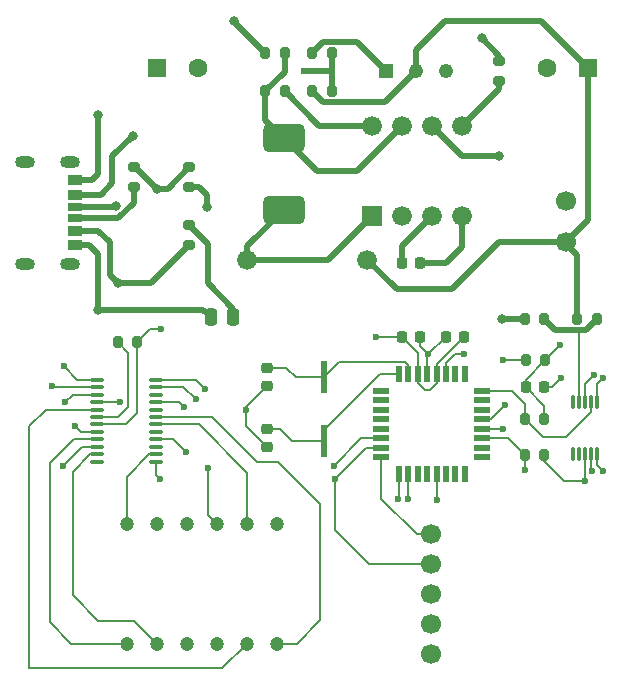
<source format=gbr>
G04 #@! TF.GenerationSoftware,KiCad,Pcbnew,9.0.4*
G04 #@! TF.CreationDate,2025-09-12T18:01:42+08:00*
G04 #@! TF.ProjectId,boost-convertor,626f6f73-742d-4636-9f6e-766572746f72,rev?*
G04 #@! TF.SameCoordinates,Original*
G04 #@! TF.FileFunction,Copper,L1,Top*
G04 #@! TF.FilePolarity,Positive*
%FSLAX46Y46*%
G04 Gerber Fmt 4.6, Leading zero omitted, Abs format (unit mm)*
G04 Created by KiCad (PCBNEW 9.0.4) date 2025-09-12 18:01:42*
%MOMM*%
%LPD*%
G01*
G04 APERTURE LIST*
G04 Aperture macros list*
%AMRoundRect*
0 Rectangle with rounded corners*
0 $1 Rounding radius*
0 $2 $3 $4 $5 $6 $7 $8 $9 X,Y pos of 4 corners*
0 Add a 4 corners polygon primitive as box body*
4,1,4,$2,$3,$4,$5,$6,$7,$8,$9,$2,$3,0*
0 Add four circle primitives for the rounded corners*
1,1,$1+$1,$2,$3*
1,1,$1+$1,$4,$5*
1,1,$1+$1,$6,$7*
1,1,$1+$1,$8,$9*
0 Add four rect primitives between the rounded corners*
20,1,$1+$1,$2,$3,$4,$5,0*
20,1,$1+$1,$4,$5,$6,$7,0*
20,1,$1+$1,$6,$7,$8,$9,0*
20,1,$1+$1,$8,$9,$2,$3,0*%
G04 Aperture macros list end*
G04 #@! TA.AperFunction,SMDPad,CuDef*
%ADD10R,1.200000X0.920000*%
G04 #@! TD*
G04 #@! TA.AperFunction,SMDPad,CuDef*
%ADD11R,1.200000X0.820000*%
G04 #@! TD*
G04 #@! TA.AperFunction,SMDPad,CuDef*
%ADD12R,1.200000X0.720000*%
G04 #@! TD*
G04 #@! TA.AperFunction,WasherPad*
%ADD13O,1.700000X1.000000*%
G04 #@! TD*
G04 #@! TA.AperFunction,ComponentPad*
%ADD14C,1.700000*%
G04 #@! TD*
G04 #@! TA.AperFunction,SMDPad,CuDef*
%ADD15RoundRect,0.033750X0.541250X0.101250X-0.541250X0.101250X-0.541250X-0.101250X0.541250X-0.101250X0*%
G04 #@! TD*
G04 #@! TA.AperFunction,ComponentPad*
%ADD16C,1.200000*%
G04 #@! TD*
G04 #@! TA.AperFunction,SMDPad,CuDef*
%ADD17O,0.299999X1.350000*%
G04 #@! TD*
G04 #@! TA.AperFunction,SMDPad,CuDef*
%ADD18R,0.507200X1.416799*%
G04 #@! TD*
G04 #@! TA.AperFunction,SMDPad,CuDef*
%ADD19R,1.416799X0.507200*%
G04 #@! TD*
G04 #@! TA.AperFunction,SMDPad,CuDef*
%ADD20RoundRect,0.225000X-0.250000X0.225000X-0.250000X-0.225000X0.250000X-0.225000X0.250000X0.225000X0*%
G04 #@! TD*
G04 #@! TA.AperFunction,ComponentPad*
%ADD21R,1.676400X1.676400*%
G04 #@! TD*
G04 #@! TA.AperFunction,ComponentPad*
%ADD22C,1.676400*%
G04 #@! TD*
G04 #@! TA.AperFunction,SMDPad,CuDef*
%ADD23RoundRect,0.225000X-0.225000X-0.250000X0.225000X-0.250000X0.225000X0.250000X-0.225000X0.250000X0*%
G04 #@! TD*
G04 #@! TA.AperFunction,SMDPad,CuDef*
%ADD24RoundRect,0.200000X-0.200000X-0.275000X0.200000X-0.275000X0.200000X0.275000X-0.200000X0.275000X0*%
G04 #@! TD*
G04 #@! TA.AperFunction,SMDPad,CuDef*
%ADD25RoundRect,0.200000X-0.275000X0.200000X-0.275000X-0.200000X0.275000X-0.200000X0.275000X0.200000X0*%
G04 #@! TD*
G04 #@! TA.AperFunction,SMDPad,CuDef*
%ADD26RoundRect,0.250000X-0.250000X-0.475000X0.250000X-0.475000X0.250000X0.475000X-0.250000X0.475000X0*%
G04 #@! TD*
G04 #@! TA.AperFunction,SMDPad,CuDef*
%ADD27RoundRect,0.200000X0.200000X0.275000X-0.200000X0.275000X-0.200000X-0.275000X0.200000X-0.275000X0*%
G04 #@! TD*
G04 #@! TA.AperFunction,SMDPad,CuDef*
%ADD28RoundRect,0.225000X0.225000X0.250000X-0.225000X0.250000X-0.225000X-0.250000X0.225000X-0.250000X0*%
G04 #@! TD*
G04 #@! TA.AperFunction,ComponentPad*
%ADD29R,1.600000X1.600000*%
G04 #@! TD*
G04 #@! TA.AperFunction,ComponentPad*
%ADD30C,1.600000*%
G04 #@! TD*
G04 #@! TA.AperFunction,SMDPad,CuDef*
%ADD31RoundRect,0.419642X-1.330358X0.755358X-1.330358X-0.755358X1.330358X-0.755358X1.330358X0.755358X0*%
G04 #@! TD*
G04 #@! TA.AperFunction,SMDPad,CuDef*
%ADD32R,0.500000X2.800000*%
G04 #@! TD*
G04 #@! TA.AperFunction,SMDPad,CuDef*
%ADD33RoundRect,0.200000X0.275000X-0.200000X0.275000X0.200000X-0.275000X0.200000X-0.275000X-0.200000X0*%
G04 #@! TD*
G04 #@! TA.AperFunction,ComponentPad*
%ADD34R,1.218000X1.218000*%
G04 #@! TD*
G04 #@! TA.AperFunction,ComponentPad*
%ADD35C,1.218000*%
G04 #@! TD*
G04 #@! TA.AperFunction,ViaPad*
%ADD36C,0.600000*%
G04 #@! TD*
G04 #@! TA.AperFunction,ViaPad*
%ADD37C,0.800000*%
G04 #@! TD*
G04 #@! TA.AperFunction,Conductor*
%ADD38C,0.500000*%
G04 #@! TD*
G04 #@! TA.AperFunction,Conductor*
%ADD39C,0.200000*%
G04 #@! TD*
G04 APERTURE END LIST*
D10*
X94359200Y-62750000D03*
D11*
X94359200Y-63980000D03*
D12*
X94359200Y-65999999D03*
D10*
X94359200Y-68250000D03*
D11*
X94359200Y-67020000D03*
D12*
X94359200Y-65000001D03*
D13*
X90078900Y-69820032D03*
X93878900Y-69820002D03*
X93878900Y-61179998D03*
X90078900Y-61179968D03*
D14*
X135900000Y-64500000D03*
X135900000Y-68000000D03*
D15*
X96210000Y-86585000D03*
X96210000Y-85955000D03*
X96210000Y-85325000D03*
X96210000Y-84695000D03*
X96210000Y-84065000D03*
X96210000Y-83435000D03*
X96210000Y-82805000D03*
X96210000Y-82175000D03*
X96210000Y-81545000D03*
X96210000Y-80915000D03*
X96210000Y-80285000D03*
X96210000Y-79655000D03*
X101210000Y-79655000D03*
X101210000Y-80285000D03*
X101210000Y-80915000D03*
X101210000Y-81545000D03*
X101210000Y-82175000D03*
X101210000Y-82805000D03*
X101210000Y-83435000D03*
X101210000Y-84065000D03*
X101210000Y-84695000D03*
X101210000Y-85325000D03*
X101210000Y-85955000D03*
X101210000Y-86585000D03*
D16*
X111400000Y-102000000D03*
X108860000Y-91840000D03*
X106320000Y-91840000D03*
X98700000Y-91840000D03*
X103780000Y-102000000D03*
X108860000Y-102000000D03*
X103780000Y-91840000D03*
X98700000Y-102000000D03*
X101240000Y-102000000D03*
X106320000Y-102000000D03*
X111400000Y-91840000D03*
X101240000Y-91840000D03*
D17*
X138500001Y-81525001D03*
X138000002Y-81525001D03*
X137500000Y-81525001D03*
X137000001Y-81525001D03*
X136499999Y-81525001D03*
X136499999Y-85975002D03*
X137000001Y-85975002D03*
X137500000Y-85975002D03*
X138000002Y-85975002D03*
X138500001Y-85975002D03*
D18*
X127335598Y-79135599D03*
X126535600Y-79135599D03*
X125735599Y-79135599D03*
X124935598Y-79135599D03*
X124135600Y-79135599D03*
X123335599Y-79135599D03*
X122535600Y-79135599D03*
X121735600Y-79135599D03*
D19*
X120271198Y-80600001D03*
X120271198Y-81399999D03*
X120271198Y-82200000D03*
X120271198Y-83000001D03*
X120271198Y-83799999D03*
X120271198Y-84600000D03*
X120271198Y-85399999D03*
X120271198Y-86199999D03*
D18*
X121735600Y-87664401D03*
X122535598Y-87664401D03*
X123335599Y-87664401D03*
X124135600Y-87664401D03*
X124935598Y-87664401D03*
X125735599Y-87664401D03*
X126535598Y-87664401D03*
X127335598Y-87664401D03*
D19*
X128800000Y-86199999D03*
X128800000Y-85400001D03*
X128800000Y-84600000D03*
X128800000Y-83799999D03*
X128800000Y-83000001D03*
X128800000Y-82200000D03*
X128800000Y-81400001D03*
X128800000Y-80600001D03*
D20*
X110600000Y-83800000D03*
X110600000Y-85350000D03*
D21*
X119440000Y-65810000D03*
D22*
X121980000Y-65810000D03*
X124520000Y-65810000D03*
X127060000Y-65810000D03*
X127060000Y-58190000D03*
X124520000Y-58190000D03*
X121980000Y-58190000D03*
X119440000Y-58190000D03*
D23*
X121975000Y-76000000D03*
X123525000Y-76000000D03*
D20*
X110600000Y-78625000D03*
X110600000Y-80175000D03*
D24*
X110425000Y-52000000D03*
X112075000Y-52000000D03*
D25*
X99300000Y-61675000D03*
X99300000Y-63325000D03*
D24*
X114425000Y-55250000D03*
X116075000Y-55250000D03*
D26*
X105800000Y-74375000D03*
X107700000Y-74375000D03*
D24*
X114425000Y-52000000D03*
X116075000Y-52000000D03*
D27*
X134075000Y-86000000D03*
X132425000Y-86000000D03*
D28*
X127275000Y-76000000D03*
X125725000Y-76000000D03*
D27*
X134075000Y-83000000D03*
X132425000Y-83000000D03*
X134075000Y-74500000D03*
X132425000Y-74500000D03*
D29*
X101250000Y-53250000D03*
D30*
X104750000Y-53250000D03*
D27*
X99600000Y-76475000D03*
X97950000Y-76475000D03*
D25*
X130250000Y-52675000D03*
X130250000Y-54325000D03*
D31*
X112000000Y-59225000D03*
X112000000Y-65275000D03*
D23*
X121975000Y-69750000D03*
X123525000Y-69750000D03*
D25*
X104000000Y-61675000D03*
X104000000Y-63325000D03*
D24*
X136850000Y-74500000D03*
X138500000Y-74500000D03*
D14*
X124450000Y-92695000D03*
X124450000Y-95235000D03*
X124450000Y-97775000D03*
X124450000Y-100315000D03*
X124450000Y-102855000D03*
D32*
X115400000Y-79400000D03*
X115400000Y-84800000D03*
D24*
X110425000Y-55250000D03*
X112075000Y-55250000D03*
D33*
X104000000Y-68225000D03*
X104000000Y-66575000D03*
D22*
X108920000Y-69500000D03*
X119080000Y-69500000D03*
D27*
X134150000Y-78000000D03*
X132500000Y-78000000D03*
D23*
X132475000Y-80250000D03*
X134025000Y-80250000D03*
D29*
X137750000Y-53250000D03*
D30*
X134250000Y-53250000D03*
D34*
X120670000Y-53500000D03*
D35*
X123210000Y-53500000D03*
X125750000Y-53500000D03*
D36*
X98125000Y-81575000D03*
X93500000Y-81550000D03*
X92375000Y-80225000D03*
X105625000Y-87125000D03*
X104550000Y-81325000D03*
X94300000Y-83550000D03*
X137500000Y-88250000D03*
D37*
X99250000Y-59000000D03*
X130250000Y-60750000D03*
X107750000Y-49250000D03*
D36*
X135400000Y-76750000D03*
X122535598Y-89764402D03*
X119800000Y-76000000D03*
D37*
X98000000Y-71500000D03*
D36*
X101650000Y-75400000D03*
D37*
X130500000Y-74500000D03*
D36*
X135500000Y-79500000D03*
D37*
X96250000Y-57250000D03*
X128750000Y-50750000D03*
D36*
X127250000Y-77500000D03*
D37*
X101250000Y-63500000D03*
D36*
X103525000Y-81950000D03*
X124935598Y-89835598D03*
X139000000Y-79500000D03*
X138250000Y-79250000D03*
X108800000Y-82200000D03*
X124250000Y-77500000D03*
D37*
X96250000Y-73750000D03*
D36*
X130775000Y-81775000D03*
X121710000Y-89750000D03*
X116370000Y-88030000D03*
D37*
X105500000Y-65000000D03*
X97800000Y-64975000D03*
D36*
X113750000Y-53500000D03*
X130600000Y-78000000D03*
X139000000Y-87400000D03*
X130600000Y-83800000D03*
X132400000Y-87300000D03*
X138100000Y-87400000D03*
X105350000Y-80450000D03*
X116225000Y-86950000D03*
X103700000Y-85800000D03*
X101540000Y-88030000D03*
X93370000Y-78500000D03*
X93300000Y-86925000D03*
D38*
X126250000Y-72000000D02*
X130250000Y-68000000D01*
X118170000Y-62000000D02*
X121980000Y-58190000D01*
X114775000Y-62000000D02*
X118170000Y-62000000D01*
X112000000Y-59225000D02*
X114775000Y-62000000D01*
X110425000Y-55250000D02*
X110425000Y-57650000D01*
X110425000Y-57650000D02*
X112000000Y-59225000D01*
D39*
X96240000Y-81575000D02*
X96210000Y-81545000D01*
X98125000Y-81575000D02*
X96240000Y-81575000D01*
X98615000Y-83435000D02*
X96210000Y-83435000D01*
X99600000Y-82450000D02*
X98615000Y-83435000D01*
X99600000Y-76475000D02*
X99600000Y-82450000D01*
X97995000Y-82805000D02*
X96210000Y-82805000D01*
X98850000Y-77375000D02*
X98850000Y-81950000D01*
X98850000Y-81950000D02*
X97995000Y-82805000D01*
X97950000Y-76475000D02*
X98850000Y-77375000D01*
X94135000Y-80915000D02*
X96210000Y-80915000D01*
X93500000Y-81550000D02*
X94135000Y-80915000D01*
X92435000Y-80285000D02*
X92375000Y-80225000D01*
X96210000Y-80285000D02*
X92435000Y-80285000D01*
X105625000Y-91145000D02*
X106320000Y-91840000D01*
X105625000Y-87125000D02*
X105625000Y-91145000D01*
X103510000Y-80285000D02*
X104550000Y-81325000D01*
X101210000Y-80285000D02*
X103510000Y-80285000D01*
X94815000Y-84065000D02*
X94300000Y-83550000D01*
X96210000Y-84065000D02*
X94815000Y-84065000D01*
X95635000Y-85955000D02*
X96210000Y-85955000D01*
X94125000Y-87465000D02*
X95635000Y-85955000D01*
X94125000Y-97900000D02*
X94125000Y-87465000D01*
X96275000Y-100050000D02*
X94125000Y-97900000D01*
X99290000Y-100050000D02*
X96275000Y-100050000D01*
X101240000Y-102000000D02*
X99290000Y-100050000D01*
X92175000Y-100200000D02*
X92175000Y-86725000D01*
X93975000Y-102000000D02*
X92175000Y-100200000D01*
X92175000Y-86725000D02*
X94205000Y-84695000D01*
X94205000Y-84695000D02*
X96210000Y-84695000D01*
X98700000Y-102000000D02*
X93975000Y-102000000D01*
X108860000Y-87510000D02*
X104785000Y-83435000D01*
X104785000Y-83435000D02*
X101210000Y-83435000D01*
X108860000Y-91840000D02*
X108860000Y-87510000D01*
X100620000Y-85955000D02*
X101210000Y-85955000D01*
X98700000Y-87875000D02*
X100620000Y-85955000D01*
X98700000Y-91840000D02*
X98700000Y-87875000D01*
X111525000Y-86625000D02*
X109725000Y-86625000D01*
X109725000Y-86625000D02*
X105905000Y-82805000D01*
X115100000Y-90200000D02*
X111525000Y-86625000D01*
X115100000Y-100025000D02*
X115100000Y-90200000D01*
X113125000Y-102000000D02*
X115100000Y-100025000D01*
X105905000Y-82805000D02*
X101210000Y-82805000D01*
X111400000Y-102000000D02*
X113125000Y-102000000D01*
X135750000Y-88250000D02*
X137500000Y-88250000D01*
X100675000Y-75400000D02*
X99600000Y-76475000D01*
X123335599Y-79135599D02*
X123335599Y-79899597D01*
X124371196Y-80500000D02*
X124935598Y-79935598D01*
X121975000Y-76000000D02*
X123335599Y-77360599D01*
X132475000Y-79675000D02*
X134150000Y-78000000D01*
X127275000Y-76000000D02*
X124935598Y-78339402D01*
D38*
X99250000Y-59000000D02*
X97500000Y-60750000D01*
D39*
X137500000Y-88250000D02*
X137500000Y-85975002D01*
X132475000Y-80250000D02*
X132475000Y-79675000D01*
D38*
X98000000Y-71500000D02*
X100725000Y-71500000D01*
X96520000Y-63980000D02*
X94359200Y-63980000D01*
X96270000Y-67020000D02*
X94359200Y-67020000D01*
D39*
X124935598Y-79935598D02*
X124935598Y-79135599D01*
X101650000Y-75400000D02*
X100675000Y-75400000D01*
X134075000Y-81850000D02*
X132475000Y-80250000D01*
D38*
X100725000Y-71500000D02*
X104000000Y-68225000D01*
X97500000Y-60750000D02*
X97500000Y-63000000D01*
D39*
X123335599Y-77360599D02*
X123335599Y-79135599D01*
X119800000Y-76000000D02*
X121975000Y-76000000D01*
X123936002Y-80500000D02*
X124371196Y-80500000D01*
D38*
X97250000Y-70750000D02*
X97250000Y-68000000D01*
X107750000Y-49250000D02*
X107750000Y-49325000D01*
X107750000Y-49325000D02*
X110425000Y-52000000D01*
D39*
X134075000Y-83000000D02*
X134075000Y-81850000D01*
D38*
X130250000Y-60750000D02*
X127080000Y-60750000D01*
X98000000Y-71500000D02*
X97250000Y-70750000D01*
D39*
X135400000Y-76750000D02*
X134150000Y-78000000D01*
X124935598Y-78339402D02*
X124935598Y-79135599D01*
D38*
X127080000Y-60750000D02*
X124520000Y-58190000D01*
D39*
X134075000Y-86000000D02*
X134075000Y-86575000D01*
X134075000Y-86575000D02*
X135750000Y-88250000D01*
X122535598Y-89764402D02*
X122535598Y-87664401D01*
X123335599Y-79899597D02*
X123936002Y-80500000D01*
D38*
X97500000Y-63000000D02*
X96520000Y-63980000D01*
X97250000Y-68000000D02*
X96270000Y-67020000D01*
D39*
X121750000Y-76225000D02*
X121975000Y-76000000D01*
D38*
X121975000Y-68355000D02*
X124520000Y-65810000D01*
X121975000Y-69750000D02*
X121975000Y-68355000D01*
X123210000Y-53500000D02*
X123210000Y-51723636D01*
X114425000Y-55250000D02*
X115351000Y-56176000D01*
X123210000Y-51723636D02*
X125634636Y-49299000D01*
X120534000Y-56176000D02*
X123210000Y-53500000D01*
X121580000Y-72000000D02*
X126250000Y-72000000D01*
X119080000Y-69500000D02*
X121580000Y-72000000D01*
X133799000Y-49299000D02*
X137750000Y-53250000D01*
X125634636Y-49299000D02*
X133799000Y-49299000D01*
X115351000Y-56176000D02*
X120534000Y-56176000D01*
D39*
X101210000Y-84695000D02*
X102595000Y-84695000D01*
X125735599Y-79135599D02*
X125735599Y-78227200D01*
D38*
X99300000Y-61675000D02*
X99425000Y-61675000D01*
D39*
X124135600Y-79135599D02*
X124135600Y-77614400D01*
D38*
X95500000Y-68250000D02*
X95750000Y-68500000D01*
D39*
X135500000Y-79500000D02*
X134750000Y-80250000D01*
X137500000Y-80000000D02*
X137500000Y-81525001D01*
X139000000Y-79500000D02*
X138500001Y-79999999D01*
X125735599Y-78227200D02*
X126462799Y-77500000D01*
D38*
X105175000Y-73750000D02*
X96250000Y-73750000D01*
D39*
X108800000Y-82200000D02*
X108800000Y-81975000D01*
X124250000Y-77475000D02*
X125725000Y-76000000D01*
D38*
X95750000Y-62750000D02*
X96250000Y-62250000D01*
X96250000Y-69000000D02*
X96250000Y-72750000D01*
D39*
X124135600Y-77614400D02*
X124250000Y-77500000D01*
X108800000Y-81975000D02*
X110600000Y-80175000D01*
D38*
X105800000Y-74375000D02*
X105175000Y-73750000D01*
D39*
X108800000Y-83550000D02*
X108800000Y-82200000D01*
D38*
X128750000Y-50750000D02*
X130250000Y-52250000D01*
X125750000Y-69750000D02*
X127060000Y-68440000D01*
D39*
X102595000Y-84695000D02*
X103700000Y-85800000D01*
D38*
X130250000Y-52250000D02*
X130250000Y-52675000D01*
D39*
X134750000Y-80250000D02*
X134025000Y-80250000D01*
X138250000Y-79250000D02*
X137500000Y-80000000D01*
D38*
X99425000Y-61675000D02*
X101250000Y-63500000D01*
D39*
X124250000Y-77500000D02*
X124250000Y-77475000D01*
X103120000Y-81545000D02*
X103525000Y-81950000D01*
X123525000Y-76775000D02*
X124250000Y-77500000D01*
D38*
X102175000Y-63500000D02*
X104000000Y-61675000D01*
D39*
X126462799Y-77500000D02*
X127250000Y-77500000D01*
D38*
X95750000Y-68500000D02*
X96250000Y-69000000D01*
X94359200Y-62750000D02*
X95750000Y-62750000D01*
X96250000Y-62250000D02*
X96250000Y-58000000D01*
D39*
X123525000Y-76000000D02*
X123525000Y-76775000D01*
D38*
X132425000Y-74500000D02*
X130500000Y-74500000D01*
D39*
X101210000Y-81545000D02*
X103120000Y-81545000D01*
D38*
X123525000Y-69750000D02*
X125750000Y-69750000D01*
X94359200Y-68250000D02*
X95500000Y-68250000D01*
X127060000Y-68440000D02*
X127060000Y-65810000D01*
D39*
X110600000Y-85350000D02*
X108800000Y-83550000D01*
D38*
X96250000Y-72750000D02*
X96250000Y-73750000D01*
X101250000Y-63500000D02*
X102175000Y-63500000D01*
D39*
X138500001Y-79999999D02*
X138500001Y-81525001D01*
D38*
X96250000Y-58000000D02*
X96250000Y-57250000D01*
D39*
X124935598Y-89835598D02*
X124935598Y-87664401D01*
X116673800Y-78126200D02*
X115400000Y-79400000D01*
X110600000Y-78625000D02*
X112225000Y-78625000D01*
X113000000Y-79400000D02*
X115400000Y-79400000D01*
X122290200Y-78126200D02*
X116673800Y-78126200D01*
X112225000Y-78625000D02*
X113000000Y-79400000D01*
X122535600Y-78371600D02*
X122290200Y-78126200D01*
X122535600Y-79135599D02*
X122535600Y-78371600D01*
X121735600Y-79135599D02*
X120171601Y-79135599D01*
X110600000Y-83800000D02*
X111700000Y-83800000D01*
X112700000Y-84800000D02*
X115400000Y-84800000D01*
X115400000Y-83907200D02*
X115400000Y-84800000D01*
X120171601Y-79135599D02*
X115400000Y-83907200D01*
X111700000Y-83800000D02*
X112700000Y-84800000D01*
D38*
X119440000Y-65810000D02*
X115750000Y-69500000D01*
X115750000Y-69500000D02*
X108920000Y-69500000D01*
X108920000Y-68355000D02*
X108920000Y-69500000D01*
X112000000Y-65275000D02*
X108920000Y-68355000D01*
X105550000Y-68125000D02*
X105550000Y-71475000D01*
X105550000Y-71475000D02*
X107700000Y-73625000D01*
X104000000Y-66575000D02*
X105550000Y-68125000D01*
X103925000Y-66500000D02*
X104000000Y-66575000D01*
X107700000Y-73625000D02*
X107700000Y-74375000D01*
D39*
X128800000Y-83000001D02*
X129549999Y-83000001D01*
X129549999Y-83000001D02*
X130775000Y-81775000D01*
X121735600Y-89697251D02*
X121735600Y-87664401D01*
X121710000Y-89722851D02*
X121735600Y-89697251D01*
X121710000Y-89750000D02*
X121710000Y-89722851D01*
X124450000Y-92695000D02*
X123247919Y-92695000D01*
X123247919Y-92695000D02*
X120271198Y-89718279D01*
X120271198Y-89718279D02*
X120271198Y-86199999D01*
X119000001Y-85399999D02*
X120271198Y-85399999D01*
X101210000Y-87700000D02*
X101540000Y-88030000D01*
X119210000Y-95235000D02*
X116370000Y-92395000D01*
X124450000Y-95235000D02*
X119210000Y-95235000D01*
X116370000Y-88030000D02*
X119000001Y-85399999D01*
X116370000Y-92395000D02*
X116370000Y-88030000D01*
X101210000Y-86585000D02*
X101210000Y-87700000D01*
D38*
X105500000Y-64000000D02*
X104825000Y-63325000D01*
X94359200Y-65000001D02*
X97774999Y-65000001D01*
X105500000Y-65000000D02*
X105500000Y-64000000D01*
X104825000Y-63325000D02*
X104000000Y-63325000D01*
X97774999Y-65000001D02*
X97800000Y-64975000D01*
X94359200Y-65999999D02*
X97978497Y-65999999D01*
X99300000Y-64678496D02*
X99300000Y-63325000D01*
X97978497Y-65999999D02*
X99300000Y-64678496D01*
X112075000Y-52000000D02*
X112075000Y-53600000D01*
X112075000Y-53600000D02*
X110425000Y-55250000D01*
D39*
X100635000Y-82805000D02*
X101210000Y-82805000D01*
D38*
X135001000Y-75426000D02*
X134075000Y-74500000D01*
X137000000Y-75426000D02*
X135001000Y-75426000D01*
X137574000Y-75426000D02*
X137000000Y-75426000D01*
D39*
X137000001Y-81525001D02*
X137000000Y-75426000D01*
D38*
X138500000Y-74500000D02*
X137574000Y-75426000D01*
X112075000Y-55250000D02*
X115015000Y-58190000D01*
X115015000Y-58190000D02*
X119440000Y-58190000D01*
X116075000Y-52000000D02*
X116075000Y-53500000D01*
X130250000Y-54325000D02*
X130250000Y-55000000D01*
X116075000Y-54000000D02*
X116075000Y-55250000D01*
X130250000Y-55000000D02*
X127060000Y-58190000D01*
X130325000Y-54325000D02*
X130500000Y-54500000D01*
X116075000Y-53500000D02*
X113750000Y-53500000D01*
X116075000Y-53500000D02*
X116075000Y-54000000D01*
X130250000Y-54325000D02*
X130325000Y-54325000D01*
X114425000Y-52000000D02*
X115351000Y-51074000D01*
X115351000Y-51074000D02*
X118244000Y-51074000D01*
X118244000Y-51074000D02*
X120670000Y-53500000D01*
D39*
X138500001Y-85975002D02*
X138500001Y-86900001D01*
X128800000Y-83799999D02*
X130600000Y-83800000D01*
X132500000Y-78000000D02*
X130600000Y-78000000D01*
X138500001Y-86900001D02*
X139000000Y-87400000D01*
X138000002Y-85975002D02*
X138000002Y-87300002D01*
X138000002Y-87300002D02*
X138100000Y-87400000D01*
X128800000Y-84600000D02*
X131025000Y-84600000D01*
X131025000Y-84600000D02*
X132425000Y-86000000D01*
X132425000Y-87275000D02*
X132400000Y-87300000D01*
X132425000Y-86000000D02*
X132425000Y-87275000D01*
X132425000Y-83000000D02*
X132425000Y-81725000D01*
X135900003Y-84500000D02*
X133925000Y-84500000D01*
X133925000Y-84500000D02*
X132425000Y-83000000D01*
X132425000Y-81725000D02*
X131300001Y-80600001D01*
X131300001Y-80600001D02*
X128800000Y-80600001D01*
X138000002Y-82400001D02*
X135900003Y-84500000D01*
X138000002Y-81525001D02*
X138000002Y-82400001D01*
X101210000Y-79655000D02*
X104555000Y-79655000D01*
X104555000Y-79655000D02*
X105350000Y-80450000D01*
X118575000Y-84600000D02*
X120271198Y-84600000D01*
X116225000Y-86950000D02*
X118575000Y-84600000D01*
X96210000Y-79655000D02*
X94525000Y-79655000D01*
X94525000Y-79655000D02*
X93370000Y-78500000D01*
X91850000Y-82175000D02*
X96210000Y-82175000D01*
X90450000Y-83575000D02*
X91850000Y-82175000D01*
X90450000Y-104050000D02*
X90450000Y-83575000D01*
X90500000Y-104100000D02*
X90450000Y-104050000D01*
X106760000Y-104100000D02*
X90500000Y-104100000D01*
X108860000Y-102000000D02*
X106760000Y-104100000D01*
X96210000Y-85325000D02*
X94900000Y-85325000D01*
X94900000Y-85325000D02*
X93300000Y-86925000D01*
D38*
X137750000Y-53250000D02*
X137750000Y-66150000D01*
X135900000Y-68000000D02*
X135900000Y-68150000D01*
X136850000Y-69100000D02*
X136850000Y-74500000D01*
X135900000Y-68150000D02*
X136850000Y-69100000D01*
X137750000Y-66150000D02*
X135900000Y-68000000D01*
X130250000Y-68000000D02*
X135900000Y-68000000D01*
M02*

</source>
